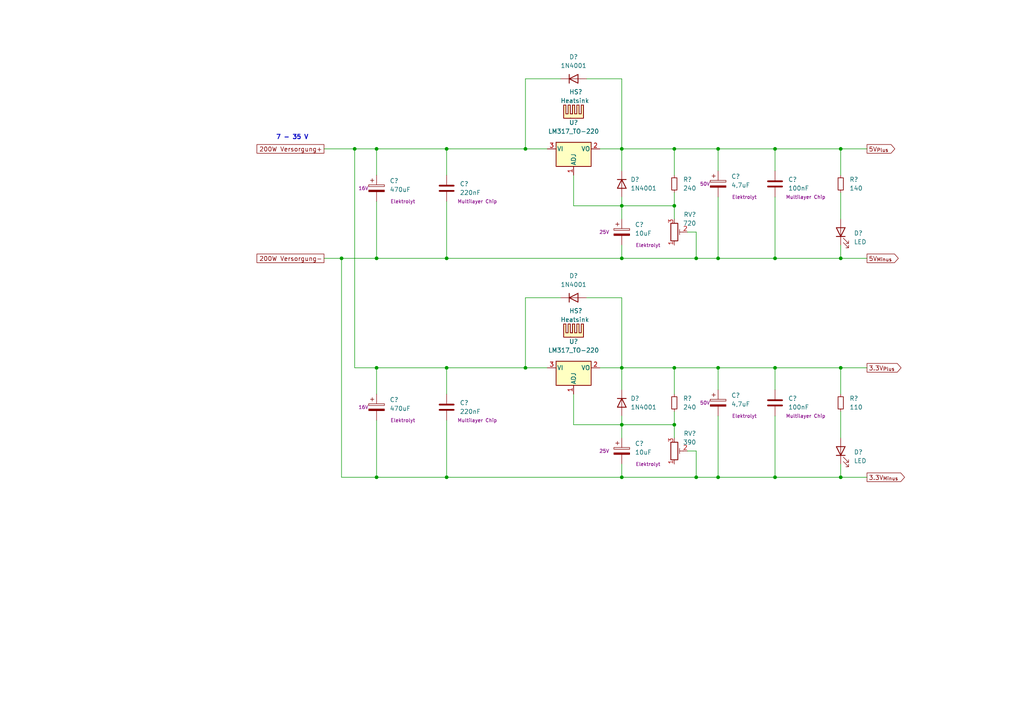
<source format=kicad_sch>
(kicad_sch (version 20211123) (generator eeschema)

  (uuid 28920a75-6506-4e2a-b657-9790916ff358)

  (paper "A4")

  (lib_symbols
    (symbol "Device:C" (pin_numbers hide) (pin_names (offset 0.254)) (in_bom yes) (on_board yes)
      (property "Reference" "C" (id 0) (at 0.635 2.54 0)
        (effects (font (size 1.27 1.27)) (justify left))
      )
      (property "Value" "C" (id 1) (at 0.635 -2.54 0)
        (effects (font (size 1.27 1.27)) (justify left))
      )
      (property "Footprint" "" (id 2) (at 0.9652 -3.81 0)
        (effects (font (size 1.27 1.27)) hide)
      )
      (property "Datasheet" "~" (id 3) (at 0 0 0)
        (effects (font (size 1.27 1.27)) hide)
      )
      (property "ki_keywords" "cap capacitor" (id 4) (at 0 0 0)
        (effects (font (size 1.27 1.27)) hide)
      )
      (property "ki_description" "Unpolarized capacitor" (id 5) (at 0 0 0)
        (effects (font (size 1.27 1.27)) hide)
      )
      (property "ki_fp_filters" "C_*" (id 6) (at 0 0 0)
        (effects (font (size 1.27 1.27)) hide)
      )
      (symbol "C_0_1"
        (polyline
          (pts
            (xy -2.032 -0.762)
            (xy 2.032 -0.762)
          )
          (stroke (width 0.508) (type default) (color 0 0 0 0))
          (fill (type none))
        )
        (polyline
          (pts
            (xy -2.032 0.762)
            (xy 2.032 0.762)
          )
          (stroke (width 0.508) (type default) (color 0 0 0 0))
          (fill (type none))
        )
      )
      (symbol "C_1_1"
        (pin passive line (at 0 3.81 270) (length 2.794)
          (name "~" (effects (font (size 1.27 1.27))))
          (number "1" (effects (font (size 1.27 1.27))))
        )
        (pin passive line (at 0 -3.81 90) (length 2.794)
          (name "~" (effects (font (size 1.27 1.27))))
          (number "2" (effects (font (size 1.27 1.27))))
        )
      )
    )
    (symbol "Device:C_Polarized" (pin_numbers hide) (pin_names (offset 0.254)) (in_bom yes) (on_board yes)
      (property "Reference" "C" (id 0) (at 0.635 2.54 0)
        (effects (font (size 1.27 1.27)) (justify left))
      )
      (property "Value" "C_Polarized" (id 1) (at 0.635 -2.54 0)
        (effects (font (size 1.27 1.27)) (justify left))
      )
      (property "Footprint" "" (id 2) (at 0.9652 -3.81 0)
        (effects (font (size 1.27 1.27)) hide)
      )
      (property "Datasheet" "~" (id 3) (at 0 0 0)
        (effects (font (size 1.27 1.27)) hide)
      )
      (property "ki_keywords" "cap capacitor" (id 4) (at 0 0 0)
        (effects (font (size 1.27 1.27)) hide)
      )
      (property "ki_description" "Polarized capacitor" (id 5) (at 0 0 0)
        (effects (font (size 1.27 1.27)) hide)
      )
      (property "ki_fp_filters" "CP_*" (id 6) (at 0 0 0)
        (effects (font (size 1.27 1.27)) hide)
      )
      (symbol "C_Polarized_0_1"
        (rectangle (start -2.286 0.508) (end 2.286 1.016)
          (stroke (width 0) (type default) (color 0 0 0 0))
          (fill (type none))
        )
        (polyline
          (pts
            (xy -1.778 2.286)
            (xy -0.762 2.286)
          )
          (stroke (width 0) (type default) (color 0 0 0 0))
          (fill (type none))
        )
        (polyline
          (pts
            (xy -1.27 2.794)
            (xy -1.27 1.778)
          )
          (stroke (width 0) (type default) (color 0 0 0 0))
          (fill (type none))
        )
        (rectangle (start 2.286 -0.508) (end -2.286 -1.016)
          (stroke (width 0) (type default) (color 0 0 0 0))
          (fill (type outline))
        )
      )
      (symbol "C_Polarized_1_1"
        (pin passive line (at 0 3.81 270) (length 2.794)
          (name "~" (effects (font (size 1.27 1.27))))
          (number "1" (effects (font (size 1.27 1.27))))
        )
        (pin passive line (at 0 -3.81 90) (length 2.794)
          (name "~" (effects (font (size 1.27 1.27))))
          (number "2" (effects (font (size 1.27 1.27))))
        )
      )
    )
    (symbol "Device:LED" (pin_numbers hide) (pin_names (offset 1.016) hide) (in_bom yes) (on_board yes)
      (property "Reference" "D" (id 0) (at 0 2.54 0)
        (effects (font (size 1.27 1.27)))
      )
      (property "Value" "LED" (id 1) (at 0 -2.54 0)
        (effects (font (size 1.27 1.27)))
      )
      (property "Footprint" "" (id 2) (at 0 0 0)
        (effects (font (size 1.27 1.27)) hide)
      )
      (property "Datasheet" "~" (id 3) (at 0 0 0)
        (effects (font (size 1.27 1.27)) hide)
      )
      (property "ki_keywords" "LED diode" (id 4) (at 0 0 0)
        (effects (font (size 1.27 1.27)) hide)
      )
      (property "ki_description" "Light emitting diode" (id 5) (at 0 0 0)
        (effects (font (size 1.27 1.27)) hide)
      )
      (property "ki_fp_filters" "LED* LED_SMD:* LED_THT:*" (id 6) (at 0 0 0)
        (effects (font (size 1.27 1.27)) hide)
      )
      (symbol "LED_0_1"
        (polyline
          (pts
            (xy -1.27 -1.27)
            (xy -1.27 1.27)
          )
          (stroke (width 0.254) (type default) (color 0 0 0 0))
          (fill (type none))
        )
        (polyline
          (pts
            (xy -1.27 0)
            (xy 1.27 0)
          )
          (stroke (width 0) (type default) (color 0 0 0 0))
          (fill (type none))
        )
        (polyline
          (pts
            (xy 1.27 -1.27)
            (xy 1.27 1.27)
            (xy -1.27 0)
            (xy 1.27 -1.27)
          )
          (stroke (width 0.254) (type default) (color 0 0 0 0))
          (fill (type none))
        )
        (polyline
          (pts
            (xy -3.048 -0.762)
            (xy -4.572 -2.286)
            (xy -3.81 -2.286)
            (xy -4.572 -2.286)
            (xy -4.572 -1.524)
          )
          (stroke (width 0) (type default) (color 0 0 0 0))
          (fill (type none))
        )
        (polyline
          (pts
            (xy -1.778 -0.762)
            (xy -3.302 -2.286)
            (xy -2.54 -2.286)
            (xy -3.302 -2.286)
            (xy -3.302 -1.524)
          )
          (stroke (width 0) (type default) (color 0 0 0 0))
          (fill (type none))
        )
      )
      (symbol "LED_1_1"
        (pin passive line (at -3.81 0 0) (length 2.54)
          (name "K" (effects (font (size 1.27 1.27))))
          (number "1" (effects (font (size 1.27 1.27))))
        )
        (pin passive line (at 3.81 0 180) (length 2.54)
          (name "A" (effects (font (size 1.27 1.27))))
          (number "2" (effects (font (size 1.27 1.27))))
        )
      )
    )
    (symbol "Device:R_Potentiometer_Trim" (pin_names (offset 1.016) hide) (in_bom yes) (on_board yes)
      (property "Reference" "RV" (id 0) (at -4.445 0 90)
        (effects (font (size 1.27 1.27)))
      )
      (property "Value" "R_Potentiometer_Trim" (id 1) (at -2.54 0 90)
        (effects (font (size 1.27 1.27)))
      )
      (property "Footprint" "" (id 2) (at 0 0 0)
        (effects (font (size 1.27 1.27)) hide)
      )
      (property "Datasheet" "~" (id 3) (at 0 0 0)
        (effects (font (size 1.27 1.27)) hide)
      )
      (property "ki_keywords" "resistor variable trimpot trimmer" (id 4) (at 0 0 0)
        (effects (font (size 1.27 1.27)) hide)
      )
      (property "ki_description" "Trim-potentiometer" (id 5) (at 0 0 0)
        (effects (font (size 1.27 1.27)) hide)
      )
      (property "ki_fp_filters" "Potentiometer*" (id 6) (at 0 0 0)
        (effects (font (size 1.27 1.27)) hide)
      )
      (symbol "R_Potentiometer_Trim_0_1"
        (polyline
          (pts
            (xy 1.524 0.762)
            (xy 1.524 -0.762)
          )
          (stroke (width 0) (type default) (color 0 0 0 0))
          (fill (type none))
        )
        (polyline
          (pts
            (xy 2.54 0)
            (xy 1.524 0)
          )
          (stroke (width 0) (type default) (color 0 0 0 0))
          (fill (type none))
        )
        (rectangle (start 1.016 2.54) (end -1.016 -2.54)
          (stroke (width 0.254) (type default) (color 0 0 0 0))
          (fill (type none))
        )
      )
      (symbol "R_Potentiometer_Trim_1_1"
        (pin passive line (at 0 3.81 270) (length 1.27)
          (name "1" (effects (font (size 1.27 1.27))))
          (number "1" (effects (font (size 1.27 1.27))))
        )
        (pin passive line (at 3.81 0 180) (length 1.27)
          (name "2" (effects (font (size 1.27 1.27))))
          (number "2" (effects (font (size 1.27 1.27))))
        )
        (pin passive line (at 0 -3.81 90) (length 1.27)
          (name "3" (effects (font (size 1.27 1.27))))
          (number "3" (effects (font (size 1.27 1.27))))
        )
      )
    )
    (symbol "Device:R_Small" (pin_numbers hide) (pin_names (offset 0.254) hide) (in_bom yes) (on_board yes)
      (property "Reference" "R" (id 0) (at 0.762 0.508 0)
        (effects (font (size 1.27 1.27)) (justify left))
      )
      (property "Value" "R_Small" (id 1) (at 0.762 -1.016 0)
        (effects (font (size 1.27 1.27)) (justify left))
      )
      (property "Footprint" "" (id 2) (at 0 0 0)
        (effects (font (size 1.27 1.27)) hide)
      )
      (property "Datasheet" "~" (id 3) (at 0 0 0)
        (effects (font (size 1.27 1.27)) hide)
      )
      (property "ki_keywords" "R resistor" (id 4) (at 0 0 0)
        (effects (font (size 1.27 1.27)) hide)
      )
      (property "ki_description" "Resistor, small symbol" (id 5) (at 0 0 0)
        (effects (font (size 1.27 1.27)) hide)
      )
      (property "ki_fp_filters" "R_*" (id 6) (at 0 0 0)
        (effects (font (size 1.27 1.27)) hide)
      )
      (symbol "R_Small_0_1"
        (rectangle (start -0.762 1.778) (end 0.762 -1.778)
          (stroke (width 0.2032) (type default) (color 0 0 0 0))
          (fill (type none))
        )
      )
      (symbol "R_Small_1_1"
        (pin passive line (at 0 2.54 270) (length 0.762)
          (name "~" (effects (font (size 1.27 1.27))))
          (number "1" (effects (font (size 1.27 1.27))))
        )
        (pin passive line (at 0 -2.54 90) (length 0.762)
          (name "~" (effects (font (size 1.27 1.27))))
          (number "2" (effects (font (size 1.27 1.27))))
        )
      )
    )
    (symbol "Diode:1N4002" (pin_numbers hide) (pin_names hide) (in_bom yes) (on_board yes)
      (property "Reference" "D" (id 0) (at 0 2.54 0)
        (effects (font (size 1.27 1.27)))
      )
      (property "Value" "1N4002" (id 1) (at 0 -2.54 0)
        (effects (font (size 1.27 1.27)))
      )
      (property "Footprint" "Diode_THT:D_DO-41_SOD81_P10.16mm_Horizontal" (id 2) (at 0 -4.445 0)
        (effects (font (size 1.27 1.27)) hide)
      )
      (property "Datasheet" "http://www.vishay.com/docs/88503/1n4001.pdf" (id 3) (at 0 0 0)
        (effects (font (size 1.27 1.27)) hide)
      )
      (property "ki_keywords" "diode" (id 4) (at 0 0 0)
        (effects (font (size 1.27 1.27)) hide)
      )
      (property "ki_description" "100V 1A General Purpose Rectifier Diode, DO-41" (id 5) (at 0 0 0)
        (effects (font (size 1.27 1.27)) hide)
      )
      (property "ki_fp_filters" "D*DO?41*" (id 6) (at 0 0 0)
        (effects (font (size 1.27 1.27)) hide)
      )
      (symbol "1N4002_0_1"
        (polyline
          (pts
            (xy -1.27 1.27)
            (xy -1.27 -1.27)
          )
          (stroke (width 0.254) (type default) (color 0 0 0 0))
          (fill (type none))
        )
        (polyline
          (pts
            (xy 1.27 0)
            (xy -1.27 0)
          )
          (stroke (width 0) (type default) (color 0 0 0 0))
          (fill (type none))
        )
        (polyline
          (pts
            (xy 1.27 1.27)
            (xy 1.27 -1.27)
            (xy -1.27 0)
            (xy 1.27 1.27)
          )
          (stroke (width 0.254) (type default) (color 0 0 0 0))
          (fill (type none))
        )
      )
      (symbol "1N4002_1_1"
        (pin passive line (at -3.81 0 0) (length 2.54)
          (name "K" (effects (font (size 1.27 1.27))))
          (number "1" (effects (font (size 1.27 1.27))))
        )
        (pin passive line (at 3.81 0 180) (length 2.54)
          (name "A" (effects (font (size 1.27 1.27))))
          (number "2" (effects (font (size 1.27 1.27))))
        )
      )
    )
    (symbol "Mechanical:Heatsink" (pin_names (offset 1.016)) (in_bom yes) (on_board yes)
      (property "Reference" "HS" (id 0) (at 0 5.08 0)
        (effects (font (size 1.27 1.27)))
      )
      (property "Value" "Heatsink" (id 1) (at 0 -1.27 0)
        (effects (font (size 1.27 1.27)))
      )
      (property "Footprint" "" (id 2) (at 0.3048 0 0)
        (effects (font (size 1.27 1.27)) hide)
      )
      (property "Datasheet" "~" (id 3) (at 0.3048 0 0)
        (effects (font (size 1.27 1.27)) hide)
      )
      (property "ki_keywords" "thermal heat temperature" (id 4) (at 0 0 0)
        (effects (font (size 1.27 1.27)) hide)
      )
      (property "ki_description" "Heatsink" (id 5) (at 0 0 0)
        (effects (font (size 1.27 1.27)) hide)
      )
      (property "ki_fp_filters" "Heatsink_*" (id 6) (at 0 0 0)
        (effects (font (size 1.27 1.27)) hide)
      )
      (symbol "Heatsink_0_1"
        (polyline
          (pts
            (xy -0.3302 1.27)
            (xy -0.9652 1.27)
            (xy -0.9652 3.81)
            (xy -1.6002 3.81)
            (xy -1.6002 1.27)
            (xy -2.2352 1.27)
            (xy -2.2352 3.81)
            (xy -2.8702 3.81)
            (xy -2.8702 0)
            (xy -0.9652 0)
          )
          (stroke (width 0.254) (type default) (color 0 0 0 0))
          (fill (type background))
        )
        (polyline
          (pts
            (xy -0.3302 1.27)
            (xy -0.3302 3.81)
            (xy 0.3048 3.81)
            (xy 0.3048 1.27)
            (xy 0.9398 1.27)
            (xy 0.9398 3.81)
            (xy 1.5748 3.81)
            (xy 1.5748 1.27)
            (xy 2.2098 1.27)
            (xy 2.2098 3.81)
            (xy 2.8448 3.81)
            (xy 2.8448 0)
            (xy -0.9652 0)
          )
          (stroke (width 0.254) (type default) (color 0 0 0 0))
          (fill (type background))
        )
      )
    )
    (symbol "Regulator_Linear:LM317_TO-220" (pin_names (offset 0.254)) (in_bom yes) (on_board yes)
      (property "Reference" "U" (id 0) (at -3.81 3.175 0)
        (effects (font (size 1.27 1.27)))
      )
      (property "Value" "LM317_TO-220" (id 1) (at 0 3.175 0)
        (effects (font (size 1.27 1.27)) (justify left))
      )
      (property "Footprint" "Package_TO_SOT_THT:TO-220-3_Vertical" (id 2) (at 0 6.35 0)
        (effects (font (size 1.27 1.27) italic) hide)
      )
      (property "Datasheet" "http://www.ti.com/lit/ds/symlink/lm317.pdf" (id 3) (at 0 0 0)
        (effects (font (size 1.27 1.27)) hide)
      )
      (property "ki_keywords" "Adjustable Voltage Regulator 1A Positive" (id 4) (at 0 0 0)
        (effects (font (size 1.27 1.27)) hide)
      )
      (property "ki_description" "1.5A 35V Adjustable Linear Regulator, TO-220" (id 5) (at 0 0 0)
        (effects (font (size 1.27 1.27)) hide)
      )
      (property "ki_fp_filters" "TO?220*" (id 6) (at 0 0 0)
        (effects (font (size 1.27 1.27)) hide)
      )
      (symbol "LM317_TO-220_0_1"
        (rectangle (start -5.08 1.905) (end 5.08 -5.08)
          (stroke (width 0.254) (type default) (color 0 0 0 0))
          (fill (type background))
        )
      )
      (symbol "LM317_TO-220_1_1"
        (pin input line (at 0 -7.62 90) (length 2.54)
          (name "ADJ" (effects (font (size 1.27 1.27))))
          (number "1" (effects (font (size 1.27 1.27))))
        )
        (pin power_out line (at 7.62 0 180) (length 2.54)
          (name "VO" (effects (font (size 1.27 1.27))))
          (number "2" (effects (font (size 1.27 1.27))))
        )
        (pin power_in line (at -7.62 0 0) (length 2.54)
          (name "VI" (effects (font (size 1.27 1.27))))
          (number "3" (effects (font (size 1.27 1.27))))
        )
      )
    )
  )

  (junction (at 243.84 106.68) (diameter 0) (color 0 0 0 0)
    (uuid 13d2f80c-bdcd-411d-9730-724699178a43)
  )
  (junction (at 201.93 138.43) (diameter 0) (color 0 0 0 0)
    (uuid 1d2de7ca-7625-4cc2-b92c-90bf50271ad7)
  )
  (junction (at 129.54 43.18) (diameter 0) (color 0 0 0 0)
    (uuid 2a64991c-8dd1-4afd-9d90-21d80e7408af)
  )
  (junction (at 180.34 74.93) (diameter 0) (color 0 0 0 0)
    (uuid 2bf2c745-4314-4d07-949e-d5c6d4eb9d5f)
  )
  (junction (at 129.54 74.93) (diameter 0) (color 0 0 0 0)
    (uuid 352b22ec-97e5-4fd8-824a-abb22952997a)
  )
  (junction (at 109.22 74.93) (diameter 0) (color 0 0 0 0)
    (uuid 37420314-3220-4270-a64c-21c96c825720)
  )
  (junction (at 224.79 43.18) (diameter 0) (color 0 0 0 0)
    (uuid 374d6742-d323-4336-b1a2-e71301cfec4d)
  )
  (junction (at 180.34 43.18) (diameter 0) (color 0 0 0 0)
    (uuid 3e7d0f77-9daa-4045-adf3-daab950bfff3)
  )
  (junction (at 180.34 123.19) (diameter 0) (color 0 0 0 0)
    (uuid 4a7d1d6b-025c-4c6d-ab0e-3d0a29ccf1b0)
  )
  (junction (at 208.28 138.43) (diameter 0) (color 0 0 0 0)
    (uuid 4efdaf4f-b2d2-46a4-85e8-33c8f3853496)
  )
  (junction (at 109.22 138.43) (diameter 0) (color 0 0 0 0)
    (uuid 52e6b045-5e1b-4b53-aac9-c170a3fa81b4)
  )
  (junction (at 109.22 43.18) (diameter 0) (color 0 0 0 0)
    (uuid 53c0ed67-606d-44cd-87f6-05ef1f27c9ad)
  )
  (junction (at 152.4 106.68) (diameter 0) (color 0 0 0 0)
    (uuid 59431653-72dd-49f2-9f02-eb7bfa187dd5)
  )
  (junction (at 195.58 43.18) (diameter 0) (color 0 0 0 0)
    (uuid 5977e5d9-addc-4ac0-a106-721227cfe096)
  )
  (junction (at 195.58 59.69) (diameter 0) (color 0 0 0 0)
    (uuid 5a21e8c9-de62-4ffd-9718-64b5c73bfbd6)
  )
  (junction (at 129.54 138.43) (diameter 0) (color 0 0 0 0)
    (uuid 6848cb45-6029-4ff3-9852-4f1dcedd438b)
  )
  (junction (at 224.79 106.68) (diameter 0) (color 0 0 0 0)
    (uuid 7f21f1a7-8e07-46d1-b70f-2e1c3a3d4846)
  )
  (junction (at 102.87 43.18) (diameter 0) (color 0 0 0 0)
    (uuid 81c5f303-ef1a-428e-b148-c368f17d4993)
  )
  (junction (at 243.84 43.18) (diameter 0) (color 0 0 0 0)
    (uuid 82abed6f-bdd9-407c-a5a0-4e555416eb21)
  )
  (junction (at 129.54 106.68) (diameter 0) (color 0 0 0 0)
    (uuid 8ad73fca-1e65-4d37-837f-c476acfbbdba)
  )
  (junction (at 180.34 106.68) (diameter 0) (color 0 0 0 0)
    (uuid 8c709104-6183-40c1-ba5a-1d2485feaa08)
  )
  (junction (at 243.84 138.43) (diameter 0) (color 0 0 0 0)
    (uuid 9503b132-4003-4ff3-99e7-3d674ed33260)
  )
  (junction (at 195.58 106.68) (diameter 0) (color 0 0 0 0)
    (uuid 97e87e64-6a5f-4bbc-94a6-3bb55845a7f6)
  )
  (junction (at 208.28 74.93) (diameter 0) (color 0 0 0 0)
    (uuid 98fda6dd-1062-4d2e-bf82-de87ba0d9279)
  )
  (junction (at 180.34 138.43) (diameter 0) (color 0 0 0 0)
    (uuid a6355868-0b03-4dca-8056-5c0f3dad0f50)
  )
  (junction (at 99.06 74.93) (diameter 0) (color 0 0 0 0)
    (uuid ac098f6e-aff0-4e42-949e-e3459691bebd)
  )
  (junction (at 208.28 106.68) (diameter 0) (color 0 0 0 0)
    (uuid c68f29e9-6e1e-4811-bf73-f5a95a7c4c25)
  )
  (junction (at 180.34 59.69) (diameter 0) (color 0 0 0 0)
    (uuid c85541c0-6ed3-4a2c-8d0b-cc01006d9589)
  )
  (junction (at 201.93 74.93) (diameter 0) (color 0 0 0 0)
    (uuid c88c234a-10fe-4e96-9d52-0b076629a591)
  )
  (junction (at 195.58 123.19) (diameter 0) (color 0 0 0 0)
    (uuid ce667f5a-91f9-4031-8dfd-f21b3401b173)
  )
  (junction (at 243.84 74.93) (diameter 0) (color 0 0 0 0)
    (uuid d1a61cc5-b52f-4a7f-9e35-74a903e95ae0)
  )
  (junction (at 208.28 43.18) (diameter 0) (color 0 0 0 0)
    (uuid d86ca9ba-3f58-4e25-889c-52e4d90e8d5c)
  )
  (junction (at 224.79 74.93) (diameter 0) (color 0 0 0 0)
    (uuid e227a355-c38d-40c5-a24f-05491592d53f)
  )
  (junction (at 224.79 138.43) (diameter 0) (color 0 0 0 0)
    (uuid ec5a1fe0-23a9-4e8e-b7c7-cd60a3e63dfd)
  )
  (junction (at 109.22 106.68) (diameter 0) (color 0 0 0 0)
    (uuid f9816f02-db21-4880-91c4-6a4f27d0f5b0)
  )
  (junction (at 152.4 43.18) (diameter 0) (color 0 0 0 0)
    (uuid f9fb2e7f-8594-43c3-afb3-f2a8c4b7877a)
  )

  (wire (pts (xy 224.79 49.53) (xy 224.79 43.18))
    (stroke (width 0) (type default) (color 0 0 0 0))
    (uuid 0c2dda94-f1bc-4632-b14a-a65a3237cd36)
  )
  (wire (pts (xy 180.34 59.69) (xy 195.58 59.69))
    (stroke (width 0) (type default) (color 0 0 0 0))
    (uuid 0cb28448-7985-4f65-9c29-67524d28c55d)
  )
  (wire (pts (xy 208.28 113.03) (xy 208.28 106.68))
    (stroke (width 0) (type default) (color 0 0 0 0))
    (uuid 0d2b7806-9f03-48b8-a181-8249ea997251)
  )
  (wire (pts (xy 195.58 50.8) (xy 195.58 43.18))
    (stroke (width 0) (type default) (color 0 0 0 0))
    (uuid 0fd1b9be-8020-4b83-92ea-cec923e6c72d)
  )
  (wire (pts (xy 99.06 74.93) (xy 109.22 74.93))
    (stroke (width 0) (type default) (color 0 0 0 0))
    (uuid 11fb508e-cd34-41ca-a851-83cf4b2edc90)
  )
  (wire (pts (xy 195.58 123.19) (xy 195.58 127))
    (stroke (width 0) (type default) (color 0 0 0 0))
    (uuid 1206da77-d854-4159-8f8f-02866ee63bce)
  )
  (wire (pts (xy 243.84 50.8) (xy 243.84 43.18))
    (stroke (width 0) (type default) (color 0 0 0 0))
    (uuid 12f3907a-51b5-4187-8984-3b235194a6ba)
  )
  (wire (pts (xy 180.34 57.15) (xy 180.34 59.69))
    (stroke (width 0) (type default) (color 0 0 0 0))
    (uuid 1e006335-3d58-4716-a21e-35ad28da09ea)
  )
  (wire (pts (xy 224.79 113.03) (xy 224.79 106.68))
    (stroke (width 0) (type default) (color 0 0 0 0))
    (uuid 1e9c5155-7919-4dd1-9db0-5369cb677c8e)
  )
  (wire (pts (xy 162.56 22.86) (xy 152.4 22.86))
    (stroke (width 0) (type default) (color 0 0 0 0))
    (uuid 21486020-abce-49bd-bf3b-162d83b689ad)
  )
  (wire (pts (xy 195.58 119.38) (xy 195.58 123.19))
    (stroke (width 0) (type default) (color 0 0 0 0))
    (uuid 21aac31b-6d72-40b8-8143-165e83f67747)
  )
  (wire (pts (xy 166.37 59.69) (xy 166.37 50.8))
    (stroke (width 0) (type default) (color 0 0 0 0))
    (uuid 26803388-39cd-4746-bd4b-ced2f6bb98a6)
  )
  (wire (pts (xy 152.4 43.18) (xy 129.54 43.18))
    (stroke (width 0) (type default) (color 0 0 0 0))
    (uuid 28939b02-15ac-4c56-8644-c992c2dd71a5)
  )
  (wire (pts (xy 180.34 123.19) (xy 166.37 123.19))
    (stroke (width 0) (type default) (color 0 0 0 0))
    (uuid 2bcac555-bbb8-488c-8fe6-fd6a6e34788c)
  )
  (wire (pts (xy 170.18 22.86) (xy 180.34 22.86))
    (stroke (width 0) (type default) (color 0 0 0 0))
    (uuid 321950fe-aa4f-4281-b586-cf0786aa8b4b)
  )
  (wire (pts (xy 129.54 106.68) (xy 129.54 114.3))
    (stroke (width 0) (type default) (color 0 0 0 0))
    (uuid 321fd1d5-9772-4398-9b22-e99d1c4162fc)
  )
  (wire (pts (xy 170.18 86.36) (xy 180.34 86.36))
    (stroke (width 0) (type default) (color 0 0 0 0))
    (uuid 331c9d38-efdc-43a9-8736-35730b4ab01f)
  )
  (wire (pts (xy 166.37 123.19) (xy 166.37 114.3))
    (stroke (width 0) (type default) (color 0 0 0 0))
    (uuid 376a7469-13d9-40c4-8ad7-0421a35e1b33)
  )
  (wire (pts (xy 201.93 67.31) (xy 201.93 74.93))
    (stroke (width 0) (type default) (color 0 0 0 0))
    (uuid 39df0918-261b-4a43-8118-b711f166cf4b)
  )
  (wire (pts (xy 195.58 55.88) (xy 195.58 59.69))
    (stroke (width 0) (type default) (color 0 0 0 0))
    (uuid 3b141fe7-bec9-46a5-87e9-3d29294e1cc6)
  )
  (wire (pts (xy 199.39 67.31) (xy 201.93 67.31))
    (stroke (width 0) (type default) (color 0 0 0 0))
    (uuid 3c9a733c-f8c7-489f-b725-2937dfffbc57)
  )
  (wire (pts (xy 180.34 123.19) (xy 195.58 123.19))
    (stroke (width 0) (type default) (color 0 0 0 0))
    (uuid 3eb0cb9f-82ef-4491-8958-6751579ffef1)
  )
  (wire (pts (xy 243.84 43.18) (xy 224.79 43.18))
    (stroke (width 0) (type default) (color 0 0 0 0))
    (uuid 3fa8edae-51e7-4a23-80a9-39781bf943a7)
  )
  (wire (pts (xy 93.98 74.93) (xy 99.06 74.93))
    (stroke (width 0) (type default) (color 0 0 0 0))
    (uuid 43b51a6d-e0af-40a2-9657-3cee9493b35c)
  )
  (wire (pts (xy 129.54 121.92) (xy 129.54 138.43))
    (stroke (width 0) (type default) (color 0 0 0 0))
    (uuid 463338a8-577a-4a35-b81d-860c1461d4ec)
  )
  (wire (pts (xy 109.22 106.68) (xy 109.22 114.3))
    (stroke (width 0) (type default) (color 0 0 0 0))
    (uuid 47f526c1-a784-4160-8993-07cd2258d51d)
  )
  (wire (pts (xy 129.54 138.43) (xy 180.34 138.43))
    (stroke (width 0) (type default) (color 0 0 0 0))
    (uuid 48993232-df4d-497b-90b3-6d0ebbfee48f)
  )
  (wire (pts (xy 208.28 49.53) (xy 208.28 43.18))
    (stroke (width 0) (type default) (color 0 0 0 0))
    (uuid 4a48e561-6067-4e5d-9491-9d889f096d8a)
  )
  (wire (pts (xy 224.79 138.43) (xy 208.28 138.43))
    (stroke (width 0) (type default) (color 0 0 0 0))
    (uuid 4d64ff7c-f8f3-4857-a223-b2074cda8c04)
  )
  (wire (pts (xy 162.56 86.36) (xy 152.4 86.36))
    (stroke (width 0) (type default) (color 0 0 0 0))
    (uuid 5246dde7-7efa-493d-9923-28ecc6c0f9a7)
  )
  (wire (pts (xy 208.28 120.65) (xy 208.28 138.43))
    (stroke (width 0) (type default) (color 0 0 0 0))
    (uuid 5ed3e27c-1c3a-476d-bb9f-090354ed9bd3)
  )
  (wire (pts (xy 93.98 43.18) (xy 102.87 43.18))
    (stroke (width 0) (type default) (color 0 0 0 0))
    (uuid 5f146aae-b828-4069-aa4a-055ebe7dc886)
  )
  (wire (pts (xy 195.58 59.69) (xy 195.58 63.5))
    (stroke (width 0) (type default) (color 0 0 0 0))
    (uuid 65675b94-aefe-4419-b013-e6cd750a071c)
  )
  (wire (pts (xy 152.4 106.68) (xy 129.54 106.68))
    (stroke (width 0) (type default) (color 0 0 0 0))
    (uuid 6870dae5-0d0d-4727-97fb-e7c2218dec9f)
  )
  (wire (pts (xy 109.22 58.42) (xy 109.22 74.93))
    (stroke (width 0) (type default) (color 0 0 0 0))
    (uuid 6e642e5e-918d-4522-a657-80fae5469190)
  )
  (wire (pts (xy 102.87 43.18) (xy 102.87 106.68))
    (stroke (width 0) (type default) (color 0 0 0 0))
    (uuid 6f12a039-8016-48de-af33-778df48bda02)
  )
  (wire (pts (xy 129.54 43.18) (xy 109.22 43.18))
    (stroke (width 0) (type default) (color 0 0 0 0))
    (uuid 71bd5e20-4882-4b18-8fb4-203454fd8498)
  )
  (wire (pts (xy 158.75 106.68) (xy 152.4 106.68))
    (stroke (width 0) (type default) (color 0 0 0 0))
    (uuid 73298205-259a-48cf-93c5-60ad13959cfd)
  )
  (wire (pts (xy 102.87 106.68) (xy 109.22 106.68))
    (stroke (width 0) (type default) (color 0 0 0 0))
    (uuid 73346c28-9a2a-48b1-8a04-bc7172e95450)
  )
  (wire (pts (xy 201.93 138.43) (xy 208.28 138.43))
    (stroke (width 0) (type default) (color 0 0 0 0))
    (uuid 75205bb2-dc02-4ed1-b5b0-d98645e416b6)
  )
  (wire (pts (xy 180.34 63.5) (xy 180.34 59.69))
    (stroke (width 0) (type default) (color 0 0 0 0))
    (uuid 7d308ac8-5dc9-45ad-b48d-ecb92aee3e42)
  )
  (wire (pts (xy 243.84 74.93) (xy 251.46 74.93))
    (stroke (width 0) (type default) (color 0 0 0 0))
    (uuid 7efd992a-20f7-4088-94a6-68ea730ec766)
  )
  (wire (pts (xy 180.34 86.36) (xy 180.34 106.68))
    (stroke (width 0) (type default) (color 0 0 0 0))
    (uuid 880e656b-a844-4124-9ef6-aec301367299)
  )
  (wire (pts (xy 158.75 43.18) (xy 152.4 43.18))
    (stroke (width 0) (type default) (color 0 0 0 0))
    (uuid 926c88be-5ba4-436f-a6f2-a2d921f50c29)
  )
  (wire (pts (xy 243.84 138.43) (xy 224.79 138.43))
    (stroke (width 0) (type default) (color 0 0 0 0))
    (uuid 94a8a58f-c0dd-4264-b1d1-313899cd7349)
  )
  (wire (pts (xy 129.54 106.68) (xy 109.22 106.68))
    (stroke (width 0) (type default) (color 0 0 0 0))
    (uuid 9823233c-30be-4a68-8a37-106c718efac0)
  )
  (wire (pts (xy 180.34 49.53) (xy 180.34 43.18))
    (stroke (width 0) (type default) (color 0 0 0 0))
    (uuid 9a7eaf8a-3fd3-4f0b-9c70-48da01c46f3f)
  )
  (wire (pts (xy 243.84 55.88) (xy 243.84 63.5))
    (stroke (width 0) (type default) (color 0 0 0 0))
    (uuid 9d660a09-8abb-4149-aab2-0a5b88df9931)
  )
  (wire (pts (xy 180.34 71.12) (xy 180.34 74.93))
    (stroke (width 0) (type default) (color 0 0 0 0))
    (uuid 9d9363ac-8221-4032-b408-9348f28ead21)
  )
  (wire (pts (xy 180.34 59.69) (xy 166.37 59.69))
    (stroke (width 0) (type default) (color 0 0 0 0))
    (uuid 9e21b7f1-b48c-4800-8136-403e7a36c5c0)
  )
  (wire (pts (xy 224.79 106.68) (xy 208.28 106.68))
    (stroke (width 0) (type default) (color 0 0 0 0))
    (uuid 9e3b0987-df1b-452c-8a1e-7c9de8b05cdc)
  )
  (wire (pts (xy 195.58 114.3) (xy 195.58 106.68))
    (stroke (width 0) (type default) (color 0 0 0 0))
    (uuid a02ea502-b29e-4ca1-8247-09130b563609)
  )
  (wire (pts (xy 99.06 74.93) (xy 99.06 138.43))
    (stroke (width 0) (type default) (color 0 0 0 0))
    (uuid a184306b-9ea5-442b-994d-d8d7e8bad8ee)
  )
  (wire (pts (xy 180.34 138.43) (xy 201.93 138.43))
    (stroke (width 0) (type default) (color 0 0 0 0))
    (uuid a2755459-00ec-4e49-988f-bd9f754e146a)
  )
  (wire (pts (xy 201.93 130.81) (xy 201.93 138.43))
    (stroke (width 0) (type default) (color 0 0 0 0))
    (uuid a3bb8236-749e-43fe-9f47-fca4581f7b62)
  )
  (wire (pts (xy 195.58 106.68) (xy 180.34 106.68))
    (stroke (width 0) (type default) (color 0 0 0 0))
    (uuid a7e34034-50a5-4ed4-b418-3cf16bf27e04)
  )
  (wire (pts (xy 243.84 138.43) (xy 251.46 138.43))
    (stroke (width 0) (type default) (color 0 0 0 0))
    (uuid a8b387b1-1a41-41f5-8558-1b3de8291f71)
  )
  (wire (pts (xy 109.22 138.43) (xy 129.54 138.43))
    (stroke (width 0) (type default) (color 0 0 0 0))
    (uuid aaa34b26-db39-46d0-9dfb-f367f5812a48)
  )
  (wire (pts (xy 109.22 43.18) (xy 109.22 50.8))
    (stroke (width 0) (type default) (color 0 0 0 0))
    (uuid af52621c-fbf0-4368-92a8-5310cc42e6c2)
  )
  (wire (pts (xy 109.22 121.92) (xy 109.22 138.43))
    (stroke (width 0) (type default) (color 0 0 0 0))
    (uuid b3d93846-f7a1-4010-8a22-ae2f0cfa9e0b)
  )
  (wire (pts (xy 208.28 57.15) (xy 208.28 74.93))
    (stroke (width 0) (type default) (color 0 0 0 0))
    (uuid b7124c9f-283c-4740-8f8d-0d523889474d)
  )
  (wire (pts (xy 180.34 43.18) (xy 173.99 43.18))
    (stroke (width 0) (type default) (color 0 0 0 0))
    (uuid bd9919b6-f259-4431-bcc3-217e529e011d)
  )
  (wire (pts (xy 224.79 57.15) (xy 224.79 74.93))
    (stroke (width 0) (type default) (color 0 0 0 0))
    (uuid c04d7c6e-4742-44da-bae9-87161beea8af)
  )
  (wire (pts (xy 180.34 134.62) (xy 180.34 138.43))
    (stroke (width 0) (type default) (color 0 0 0 0))
    (uuid c0dcccc6-f96c-4c46-afee-7f48abae3e6d)
  )
  (wire (pts (xy 152.4 86.36) (xy 152.4 106.68))
    (stroke (width 0) (type default) (color 0 0 0 0))
    (uuid c2339996-ac1f-4d9d-a889-cc1400807304)
  )
  (wire (pts (xy 180.34 74.93) (xy 201.93 74.93))
    (stroke (width 0) (type default) (color 0 0 0 0))
    (uuid c32f85bd-bf55-49c9-aaca-c8e280a00e53)
  )
  (wire (pts (xy 199.39 130.81) (xy 201.93 130.81))
    (stroke (width 0) (type default) (color 0 0 0 0))
    (uuid c6df0309-66e0-4c66-a3d9-f905b8b56f29)
  )
  (wire (pts (xy 180.34 127) (xy 180.34 123.19))
    (stroke (width 0) (type default) (color 0 0 0 0))
    (uuid c930c36a-c0a0-4ac1-914a-c8931f5403fa)
  )
  (wire (pts (xy 243.84 74.93) (xy 224.79 74.93))
    (stroke (width 0) (type default) (color 0 0 0 0))
    (uuid c936b0e8-7bdf-431b-bd84-fd1688802544)
  )
  (wire (pts (xy 109.22 138.43) (xy 99.06 138.43))
    (stroke (width 0) (type default) (color 0 0 0 0))
    (uuid d140ff5c-ebcf-4967-9275-14b43db40e9e)
  )
  (wire (pts (xy 180.34 106.68) (xy 173.99 106.68))
    (stroke (width 0) (type default) (color 0 0 0 0))
    (uuid d5e96156-fc3a-4f59-ad28-4e845a3944b9)
  )
  (wire (pts (xy 201.93 74.93) (xy 208.28 74.93))
    (stroke (width 0) (type default) (color 0 0 0 0))
    (uuid d658b519-8b49-4c20-90cc-06f11b95fed6)
  )
  (wire (pts (xy 208.28 43.18) (xy 195.58 43.18))
    (stroke (width 0) (type default) (color 0 0 0 0))
    (uuid d7d62a3a-2b3e-4cab-a5e0-e8574ea60d88)
  )
  (wire (pts (xy 109.22 74.93) (xy 129.54 74.93))
    (stroke (width 0) (type default) (color 0 0 0 0))
    (uuid d85b2a89-04c4-4bff-a51e-9aabc5fd6d9f)
  )
  (wire (pts (xy 129.54 74.93) (xy 180.34 74.93))
    (stroke (width 0) (type default) (color 0 0 0 0))
    (uuid d90044aa-490a-4e54-bcc0-4e557378d6c8)
  )
  (wire (pts (xy 224.79 74.93) (xy 208.28 74.93))
    (stroke (width 0) (type default) (color 0 0 0 0))
    (uuid d972a8a1-4bf7-4f19-acd9-50c59c118800)
  )
  (wire (pts (xy 243.84 134.62) (xy 243.84 138.43))
    (stroke (width 0) (type default) (color 0 0 0 0))
    (uuid d99b6a8b-2d95-4f2e-903b-915ecc3672bf)
  )
  (wire (pts (xy 243.84 71.12) (xy 243.84 74.93))
    (stroke (width 0) (type default) (color 0 0 0 0))
    (uuid dc3d6dcd-ea46-4748-a1ad-5a1575cf9610)
  )
  (wire (pts (xy 102.87 43.18) (xy 109.22 43.18))
    (stroke (width 0) (type default) (color 0 0 0 0))
    (uuid dd2e18d3-09d1-402f-8aea-a28cceca994b)
  )
  (wire (pts (xy 152.4 22.86) (xy 152.4 43.18))
    (stroke (width 0) (type default) (color 0 0 0 0))
    (uuid ddeaadb4-1412-4980-a0f6-d16df8863b9f)
  )
  (wire (pts (xy 224.79 43.18) (xy 208.28 43.18))
    (stroke (width 0) (type default) (color 0 0 0 0))
    (uuid e0853a52-03c6-4f23-ad18-bc96f2fd3c94)
  )
  (wire (pts (xy 208.28 106.68) (xy 195.58 106.68))
    (stroke (width 0) (type default) (color 0 0 0 0))
    (uuid e18cd635-89c9-4ffb-a1aa-72c425833a93)
  )
  (wire (pts (xy 129.54 58.42) (xy 129.54 74.93))
    (stroke (width 0) (type default) (color 0 0 0 0))
    (uuid e6979085-d901-492d-947f-fa4dca040f99)
  )
  (wire (pts (xy 243.84 43.18) (xy 251.46 43.18))
    (stroke (width 0) (type default) (color 0 0 0 0))
    (uuid e70193a3-2074-4603-90d5-8b7f763dfe61)
  )
  (wire (pts (xy 243.84 119.38) (xy 243.84 127))
    (stroke (width 0) (type default) (color 0 0 0 0))
    (uuid e9b1d4b5-7c50-40e9-a0f2-70e8115b2b3d)
  )
  (wire (pts (xy 243.84 114.3) (xy 243.84 106.68))
    (stroke (width 0) (type default) (color 0 0 0 0))
    (uuid e9b21ca9-b38f-49f4-b1a3-fa52414b5a31)
  )
  (wire (pts (xy 180.34 113.03) (xy 180.34 106.68))
    (stroke (width 0) (type default) (color 0 0 0 0))
    (uuid ecd3fe4c-ef25-47d2-9231-a7c72b530a1e)
  )
  (wire (pts (xy 129.54 43.18) (xy 129.54 50.8))
    (stroke (width 0) (type default) (color 0 0 0 0))
    (uuid ee4da5e0-502b-42b4-92bd-49442d6c0ef7)
  )
  (wire (pts (xy 243.84 106.68) (xy 224.79 106.68))
    (stroke (width 0) (type default) (color 0 0 0 0))
    (uuid f0df2211-323b-4929-8f71-84695b014608)
  )
  (wire (pts (xy 224.79 120.65) (xy 224.79 138.43))
    (stroke (width 0) (type default) (color 0 0 0 0))
    (uuid f2bc43c4-d619-4abd-a1f4-98b66c73623b)
  )
  (wire (pts (xy 243.84 106.68) (xy 251.46 106.68))
    (stroke (width 0) (type default) (color 0 0 0 0))
    (uuid f32129a4-b226-447c-9c77-8aed794f5591)
  )
  (wire (pts (xy 195.58 43.18) (xy 180.34 43.18))
    (stroke (width 0) (type default) (color 0 0 0 0))
    (uuid f6884f0e-a409-461f-9535-ac0db467d0ad)
  )
  (wire (pts (xy 180.34 22.86) (xy 180.34 43.18))
    (stroke (width 0) (type default) (color 0 0 0 0))
    (uuid fce1118f-e01e-4656-8105-613dbd5b4da7)
  )
  (wire (pts (xy 180.34 120.65) (xy 180.34 123.19))
    (stroke (width 0) (type default) (color 0 0 0 0))
    (uuid ffc1da38-14f1-4438-bdbf-12832ba2ed19)
  )

  (text "7 - 35 V" (at 80.01 40.64 0)
    (effects (font (size 1.27 1.27) bold) (justify left bottom))
    (uuid 1c8375ac-e49b-479d-b793-fc751b873d8b)
  )

  (global_label "5V_{Plus}" (shape output) (at 251.46 43.18 0) (fields_autoplaced)
    (effects (font (size 1.27 1.27)) (justify left))
    (uuid 366eddba-63a2-4633-8010-a13e11ff254b)
    (property "Intersheet References" "${INTERSHEET_REFS}" (id 0) (at 259.4611 43.1006 0)
      (effects (font (size 1.27 1.27)) (justify left) hide)
    )
  )
  (global_label "5V_{Minus}" (shape output) (at 251.46 74.93 0) (fields_autoplaced)
    (effects (font (size 1.27 1.27)) (justify left))
    (uuid 4dddd5f1-a981-4418-85e5-aa3ec0fcaaed)
    (property "Intersheet References" "${INTERSHEET_REFS}" (id 0) (at 260.4771 74.8506 0)
      (effects (font (size 1.27 1.27)) (justify left) hide)
    )
  )
  (global_label "200W Versorgung-" (shape passive) (at 93.98 74.93 180) (fields_autoplaced)
    (effects (font (size 1.27 1.27)) (justify right))
    (uuid 5b6a2c48-35e8-435f-8746-afaab91169f3)
    (property "Referenzen zwischen Schaltplänen" "${INTERSHEET_REFS}" (id 0) (at 73.424 74.8506 0)
      (effects (font (size 1.27 1.27)) (justify right) hide)
    )
  )
  (global_label "3.3V_{Plus}" (shape output) (at 251.46 106.68 0) (fields_autoplaced)
    (effects (font (size 1.27 1.27)) (justify left))
    (uuid 5c641381-a282-42a8-9f36-e0325c411ca9)
    (property "Intersheet References" "${INTERSHEET_REFS}" (id 0) (at 261.2754 106.6006 0)
      (effects (font (size 1.27 1.27)) (justify left) hide)
    )
  )
  (global_label "3.3V_{Minus}" (shape output) (at 251.46 138.43 0) (fields_autoplaced)
    (effects (font (size 1.27 1.27)) (justify left))
    (uuid 9e3a4cb4-6b86-407c-aa9e-5da0756fdc1a)
    (property "Intersheet References" "${INTERSHEET_REFS}" (id 0) (at 262.2914 138.3506 0)
      (effects (font (size 1.27 1.27)) (justify left) hide)
    )
  )
  (global_label "200W Versorgung+" (shape passive) (at 93.98 43.18 180) (fields_autoplaced)
    (effects (font (size 1.27 1.27)) (justify right))
    (uuid c1872905-3078-4515-9839-13d4b1d6e56a)
    (property "Referenzen zwischen Schaltplänen" "${INTERSHEET_REFS}" (id 0) (at 73.424 43.1006 0)
      (effects (font (size 1.27 1.27)) (justify right) hide)
    )
  )

  (symbol (lib_id "Device:C_Polarized") (at 109.22 54.61 0) (unit 1)
    (in_bom yes) (on_board yes)
    (uuid 03855b1c-3c26-4786-a901-981c1f80df5c)
    (property "Reference" "C?" (id 0) (at 113.03 52.4509 0)
      (effects (font (size 1.27 1.27)) (justify left))
    )
    (property "Value" "470uF" (id 1) (at 113.03 54.9909 0)
      (effects (font (size 1.27 1.27)) (justify left))
    )
    (property "Footprint" "" (id 2) (at 110.1852 58.42 0)
      (effects (font (size 1.27 1.27)) hide)
    )
    (property "Datasheet" "~" (id 3) (at 109.22 54.61 0)
      (effects (font (size 1.27 1.27)) hide)
    )
    (property "Material" "Elektrolyt" (id 4) (at 116.84 58.42 0)
      (effects (font (size 1 1)))
    )
    (property "Spannung" "16V" (id 5) (at 105.41 54.61 0)
      (effects (font (size 1 1)))
    )
    (pin "1" (uuid 4c3915db-1b98-4a34-a333-ac03bb87ad82))
    (pin "2" (uuid 982d2da2-6190-4272-857e-5f5d2c55a394))
  )

  (symbol (lib_id "Regulator_Linear:LM317_TO-220") (at 166.37 106.68 0) (unit 1)
    (in_bom yes) (on_board yes) (fields_autoplaced)
    (uuid 2c4fee8a-2139-423c-bdfd-01d2e1874c6f)
    (property "Reference" "U?" (id 0) (at 166.37 99.06 0))
    (property "Value" "LM317_TO-220" (id 1) (at 166.37 101.6 0))
    (property "Footprint" "Package_TO_SOT_THT:TO-220-3_Vertical" (id 2) (at 166.37 100.33 0)
      (effects (font (size 1.27 1.27) italic) hide)
    )
    (property "Datasheet" "http://www.ti.com/lit/ds/symlink/lm317.pdf" (id 3) (at 166.37 106.68 0)
      (effects (font (size 1.27 1.27)) hide)
    )
    (property "PinOut" "https://nerdytechy.com/lm317t-pinout/" (id 4) (at 166.37 106.68 0)
      (effects (font (size 1.27 1.27)) hide)
    )
    (pin "1" (uuid c9e122c3-c067-42eb-ba9a-d231241476e6))
    (pin "2" (uuid 0c45517a-d365-4bcb-b764-bfad6b577214))
    (pin "3" (uuid dc601558-d26e-4cd3-8b58-d71294568b23))
  )

  (symbol (lib_id "Device:R_Potentiometer_Trim") (at 195.58 67.31 0) (mirror x) (unit 1)
    (in_bom yes) (on_board yes)
    (uuid 32cc2b6e-ca09-498b-8f7b-86b601ce9f7a)
    (property "Reference" "RV?" (id 0) (at 201.93 62.23 0)
      (effects (font (size 1.27 1.27)) (justify right))
    )
    (property "Value" "720" (id 1) (at 201.93 64.77 0)
      (effects (font (size 1.27 1.27)) (justify right))
    )
    (property "Footprint" "" (id 2) (at 195.58 67.31 0)
      (effects (font (size 1.27 1.27)) hide)
    )
    (property "Datasheet" "~" (id 3) (at 195.58 67.31 0)
      (effects (font (size 1.27 1.27)) hide)
    )
    (pin "1" (uuid e4919234-19d8-44c1-8ec2-185088b7a936))
    (pin "2" (uuid ec15bc03-9465-42a0-8fd6-68c4d8213aad))
    (pin "3" (uuid 91a29481-86f7-4a2d-98c5-f656323ebf3e))
  )

  (symbol (lib_id "Device:C") (at 224.79 53.34 0) (unit 1)
    (in_bom yes) (on_board yes)
    (uuid 44bd29c2-fe35-41d9-9621-e11a2a5db90f)
    (property "Reference" "C?" (id 0) (at 228.6 52.0699 0)
      (effects (font (size 1.27 1.27)) (justify left))
    )
    (property "Value" "100nF" (id 1) (at 228.6 54.6099 0)
      (effects (font (size 1.27 1.27)) (justify left))
    )
    (property "Footprint" "" (id 2) (at 225.7552 57.15 0)
      (effects (font (size 1.27 1.27)) hide)
    )
    (property "Datasheet" "~" (id 3) (at 224.79 53.34 0)
      (effects (font (size 1.27 1.27)) hide)
    )
    (property "Material" "Multilayer Chip" (id 4) (at 233.68 57.15 0)
      (effects (font (size 1 1)))
    )
    (pin "1" (uuid 05054ab9-2dc2-4577-8686-fa543b68cca2))
    (pin "2" (uuid f4987384-680f-4dcf-8720-e8b6d6584b0a))
  )

  (symbol (lib_id "Diode:1N4002") (at 166.37 22.86 0) (unit 1)
    (in_bom yes) (on_board yes) (fields_autoplaced)
    (uuid 468b25d0-c543-404b-a4fb-29f6b70675ea)
    (property "Reference" "D?" (id 0) (at 166.37 16.51 0))
    (property "Value" "1N4001" (id 1) (at 166.37 19.05 0))
    (property "Footprint" "Diode_THT:D_DO-41_SOD81_P10.16mm_Horizontal" (id 2) (at 166.37 27.305 0)
      (effects (font (size 1.27 1.27)) hide)
    )
    (property "Datasheet" "http://www.vishay.com/docs/88503/1n4001.pdf" (id 3) (at 166.37 22.86 0)
      (effects (font (size 1.27 1.27)) hide)
    )
    (pin "1" (uuid ed477253-ea2e-4b9f-aaf6-3692b17a33e6))
    (pin "2" (uuid 524f4127-0e0e-4d44-9aaf-5cbb6c7c896f))
  )

  (symbol (lib_id "Mechanical:Heatsink") (at 166.37 97.79 0) (unit 1)
    (in_bom yes) (on_board yes)
    (uuid 488fe57a-928a-4095-b4af-997ba2ad9408)
    (property "Reference" "HS?" (id 0) (at 165.1 90.17 0)
      (effects (font (size 1.27 1.27)) (justify left))
    )
    (property "Value" "Heatsink" (id 1) (at 162.56 92.71 0)
      (effects (font (size 1.27 1.27)) (justify left))
    )
    (property "Footprint" "" (id 2) (at 166.6748 97.79 0)
      (effects (font (size 1.27 1.27)) hide)
    )
    (property "Datasheet" "~" (id 3) (at 166.6748 97.79 0)
      (effects (font (size 1.27 1.27)) hide)
    )
  )

  (symbol (lib_id "Device:C_Polarized") (at 109.22 118.11 0) (unit 1)
    (in_bom yes) (on_board yes)
    (uuid 4a09d679-c2fb-46fb-b625-659e65f66fcf)
    (property "Reference" "C?" (id 0) (at 113.03 115.9509 0)
      (effects (font (size 1.27 1.27)) (justify left))
    )
    (property "Value" "470uF" (id 1) (at 113.03 118.4909 0)
      (effects (font (size 1.27 1.27)) (justify left))
    )
    (property "Footprint" "" (id 2) (at 110.1852 121.92 0)
      (effects (font (size 1.27 1.27)) hide)
    )
    (property "Datasheet" "~" (id 3) (at 109.22 118.11 0)
      (effects (font (size 1.27 1.27)) hide)
    )
    (property "Material" "Elektrolyt" (id 4) (at 116.84 121.92 0)
      (effects (font (size 1 1)))
    )
    (property "Spannung" "16V" (id 5) (at 105.41 118.11 0)
      (effects (font (size 1 1)))
    )
    (pin "1" (uuid 6b0ec396-a617-46e9-a2cf-928c69801fc1))
    (pin "2" (uuid 080308b8-e6e3-422c-925c-7056ee5d7afb))
  )

  (symbol (lib_id "Device:C_Polarized") (at 208.28 53.34 0) (unit 1)
    (in_bom yes) (on_board yes)
    (uuid 4f375ff3-db1b-4ab4-bc8c-69187d7a9e06)
    (property "Reference" "C?" (id 0) (at 212.09 51.1809 0)
      (effects (font (size 1.27 1.27)) (justify left))
    )
    (property "Value" "4,7uF" (id 1) (at 212.09 53.7209 0)
      (effects (font (size 1.27 1.27)) (justify left))
    )
    (property "Footprint" "" (id 2) (at 209.2452 57.15 0)
      (effects (font (size 1.27 1.27)) hide)
    )
    (property "Datasheet" "~" (id 3) (at 208.28 53.34 0)
      (effects (font (size 1.27 1.27)) hide)
    )
    (property "Material" "Elektrolyt" (id 4) (at 215.9 57.15 0)
      (effects (font (size 1 1)))
    )
    (property "Spannung" "50V" (id 5) (at 204.47 53.34 0)
      (effects (font (size 1 1)))
    )
    (pin "1" (uuid bc3414a9-f9a6-420b-a40c-1c37eb7ce681))
    (pin "2" (uuid fb4e3a44-83d4-41b4-9cf3-ae9dc106272c))
  )

  (symbol (lib_id "Device:C_Polarized") (at 180.34 130.81 0) (unit 1)
    (in_bom yes) (on_board yes)
    (uuid 5110ff23-fbb6-4c03-a600-c19522d320fa)
    (property "Reference" "C?" (id 0) (at 184.15 128.6509 0)
      (effects (font (size 1.27 1.27)) (justify left))
    )
    (property "Value" "10uF" (id 1) (at 184.15 131.1909 0)
      (effects (font (size 1.27 1.27)) (justify left))
    )
    (property "Footprint" "" (id 2) (at 181.3052 134.62 0)
      (effects (font (size 1.27 1.27)) hide)
    )
    (property "Datasheet" "~" (id 3) (at 180.34 130.81 0)
      (effects (font (size 1.27 1.27)) hide)
    )
    (property "Material" "Elektrolyt" (id 4) (at 187.96 134.62 0)
      (effects (font (size 1 1)))
    )
    (property "Spannung" "25V" (id 5) (at 175.26 130.81 0)
      (effects (font (size 1 1)))
    )
    (pin "1" (uuid 27d7a561-7866-40e2-8951-151d3e24dfbb))
    (pin "2" (uuid 008a1800-cd45-4654-bf40-41ae76ee80dc))
  )

  (symbol (lib_id "Device:R_Small") (at 195.58 53.34 0) (unit 1)
    (in_bom yes) (on_board yes)
    (uuid 55938fa5-248c-4a82-96b2-547f8a460b25)
    (property "Reference" "R?" (id 0) (at 198.12 52.07 0)
      (effects (font (size 1.27 1.27)) (justify left))
    )
    (property "Value" "240" (id 1) (at 198.12 54.6099 0)
      (effects (font (size 1.27 1.27)) (justify left))
    )
    (property "Footprint" "" (id 2) (at 195.58 53.34 0)
      (effects (font (size 1.27 1.27)) hide)
    )
    (property "Datasheet" "~" (id 3) (at 195.58 53.34 0)
      (effects (font (size 1.27 1.27)) hide)
    )
    (pin "1" (uuid eb7b3bc5-fb0a-40a5-9906-8ca46b3f166b))
    (pin "2" (uuid 8bc551df-3acb-41c1-87d4-1c31d2cab5a4))
  )

  (symbol (lib_id "Mechanical:Heatsink") (at 166.37 34.29 0) (unit 1)
    (in_bom yes) (on_board yes)
    (uuid 57f61df0-ace1-4059-a90d-78bf3a152d29)
    (property "Reference" "HS?" (id 0) (at 165.1 26.67 0)
      (effects (font (size 1.27 1.27)) (justify left))
    )
    (property "Value" "Heatsink" (id 1) (at 162.56 29.21 0)
      (effects (font (size 1.27 1.27)) (justify left))
    )
    (property "Footprint" "" (id 2) (at 166.6748 34.29 0)
      (effects (font (size 1.27 1.27)) hide)
    )
    (property "Datasheet" "~" (id 3) (at 166.6748 34.29 0)
      (effects (font (size 1.27 1.27)) hide)
    )
  )

  (symbol (lib_id "Device:C_Polarized") (at 180.34 67.31 0) (unit 1)
    (in_bom yes) (on_board yes)
    (uuid 58134271-d658-47f2-a912-cdc21e5c4a4c)
    (property "Reference" "C?" (id 0) (at 184.15 65.1509 0)
      (effects (font (size 1.27 1.27)) (justify left))
    )
    (property "Value" "10uF" (id 1) (at 184.15 67.6909 0)
      (effects (font (size 1.27 1.27)) (justify left))
    )
    (property "Footprint" "" (id 2) (at 181.3052 71.12 0)
      (effects (font (size 1.27 1.27)) hide)
    )
    (property "Datasheet" "~" (id 3) (at 180.34 67.31 0)
      (effects (font (size 1.27 1.27)) hide)
    )
    (property "Material" "Elektrolyt" (id 4) (at 187.96 71.12 0)
      (effects (font (size 1 1)))
    )
    (property "Spannung" "25V" (id 5) (at 175.26 67.31 0)
      (effects (font (size 1 1)))
    )
    (pin "1" (uuid 0f62e74b-b33d-4ca3-97f9-093b6bc16bef))
    (pin "2" (uuid 21a2598a-838e-42bd-a0c1-270bd8e8d03b))
  )

  (symbol (lib_id "Regulator_Linear:LM317_TO-220") (at 166.37 43.18 0) (unit 1)
    (in_bom yes) (on_board yes) (fields_autoplaced)
    (uuid 58a51999-d865-410b-8e0d-e6a5e0dd03d1)
    (property "Reference" "U?" (id 0) (at 166.37 35.56 0))
    (property "Value" "LM317_TO-220" (id 1) (at 166.37 38.1 0))
    (property "Footprint" "Package_TO_SOT_THT:TO-220-3_Vertical" (id 2) (at 166.37 36.83 0)
      (effects (font (size 1.27 1.27) italic) hide)
    )
    (property "Datasheet" "http://www.ti.com/lit/ds/symlink/lm317.pdf" (id 3) (at 166.37 43.18 0)
      (effects (font (size 1.27 1.27)) hide)
    )
    (property "PinOut" "https://nerdytechy.com/lm317t-pinout/" (id 4) (at 166.37 43.18 0)
      (effects (font (size 1.27 1.27)) hide)
    )
    (pin "1" (uuid 89d7d82c-0dff-400d-b6a8-2ef8de0c2bdd))
    (pin "2" (uuid a96bc89a-ed0a-4ce4-9e55-c1b08e4ba661))
    (pin "3" (uuid fcc7b1a0-8ff8-4c53-8091-ba55ac8c9a8f))
  )

  (symbol (lib_id "Device:C_Polarized") (at 208.28 116.84 0) (unit 1)
    (in_bom yes) (on_board yes)
    (uuid 5c63c501-d06a-4101-bd94-9bfb2be1930a)
    (property "Reference" "C?" (id 0) (at 212.09 114.6809 0)
      (effects (font (size 1.27 1.27)) (justify left))
    )
    (property "Value" "4,7uF" (id 1) (at 212.09 117.2209 0)
      (effects (font (size 1.27 1.27)) (justify left))
    )
    (property "Footprint" "" (id 2) (at 209.2452 120.65 0)
      (effects (font (size 1.27 1.27)) hide)
    )
    (property "Datasheet" "~" (id 3) (at 208.28 116.84 0)
      (effects (font (size 1.27 1.27)) hide)
    )
    (property "Material" "Elektrolyt" (id 4) (at 215.9 120.65 0)
      (effects (font (size 1 1)))
    )
    (property "Spannung" "50V" (id 5) (at 204.47 116.84 0)
      (effects (font (size 1 1)))
    )
    (pin "1" (uuid c8082e74-41cf-4e04-beb0-f8fd330a26e9))
    (pin "2" (uuid 7ad6a1aa-5e0b-4172-b991-a502f13b5bab))
  )

  (symbol (lib_id "Diode:1N4002") (at 180.34 53.34 270) (unit 1)
    (in_bom yes) (on_board yes) (fields_autoplaced)
    (uuid 5eacc311-b041-4e8d-929e-203cc057b763)
    (property "Reference" "D?" (id 0) (at 182.88 52.0699 90)
      (effects (font (size 1.27 1.27)) (justify left))
    )
    (property "Value" "1N4001" (id 1) (at 182.88 54.6099 90)
      (effects (font (size 1.27 1.27)) (justify left))
    )
    (property "Footprint" "Diode_THT:D_DO-41_SOD81_P10.16mm_Horizontal" (id 2) (at 175.895 53.34 0)
      (effects (font (size 1.27 1.27)) hide)
    )
    (property "Datasheet" "http://www.vishay.com/docs/88503/1n4001.pdf" (id 3) (at 180.34 53.34 0)
      (effects (font (size 1.27 1.27)) hide)
    )
    (pin "1" (uuid 36adfd95-3223-4fff-b254-f800bd20cfbd))
    (pin "2" (uuid 9a3480a5-3af0-4e32-a1d9-f5bdb06b5838))
  )

  (symbol (lib_id "Device:C") (at 129.54 118.11 0) (unit 1)
    (in_bom yes) (on_board yes)
    (uuid 6be55cd8-f04c-4aa6-9930-b51681773c81)
    (property "Reference" "C?" (id 0) (at 133.35 116.8399 0)
      (effects (font (size 1.27 1.27)) (justify left))
    )
    (property "Value" "220nF" (id 1) (at 133.35 119.3799 0)
      (effects (font (size 1.27 1.27)) (justify left))
    )
    (property "Footprint" "" (id 2) (at 130.5052 121.92 0)
      (effects (font (size 1.27 1.27)) hide)
    )
    (property "Datasheet" "~" (id 3) (at 129.54 118.11 0)
      (effects (font (size 1.27 1.27)) hide)
    )
    (property "Material" "Multilayer Chip" (id 4) (at 138.43 121.92 0)
      (effects (font (size 1 1)))
    )
    (pin "1" (uuid 52eed7e7-8c38-4d28-97d8-e2991ec95d67))
    (pin "2" (uuid 1a3b2eed-ae0f-4e5f-98c0-bb6fb41cc16e))
  )

  (symbol (lib_id "Diode:1N4002") (at 166.37 86.36 0) (unit 1)
    (in_bom yes) (on_board yes) (fields_autoplaced)
    (uuid 801fdef7-1422-4b0c-aa9a-e58f05fe3214)
    (property "Reference" "D?" (id 0) (at 166.37 80.01 0))
    (property "Value" "1N4001" (id 1) (at 166.37 82.55 0))
    (property "Footprint" "Diode_THT:D_DO-41_SOD81_P10.16mm_Horizontal" (id 2) (at 166.37 90.805 0)
      (effects (font (size 1.27 1.27)) hide)
    )
    (property "Datasheet" "http://www.vishay.com/docs/88503/1n4001.pdf" (id 3) (at 166.37 86.36 0)
      (effects (font (size 1.27 1.27)) hide)
    )
    (pin "1" (uuid c3fc57d7-d103-4bb0-9009-8c761df118e1))
    (pin "2" (uuid 475aba8f-da49-4aee-a8e0-375f2755e385))
  )

  (symbol (lib_id "Device:LED") (at 243.84 67.31 90) (unit 1)
    (in_bom yes) (on_board yes) (fields_autoplaced)
    (uuid 812d10ca-8018-48a2-8ea7-e4b7431b999f)
    (property "Reference" "D?" (id 0) (at 247.65 67.6274 90)
      (effects (font (size 1.27 1.27)) (justify right))
    )
    (property "Value" "LED" (id 1) (at 247.65 70.1674 90)
      (effects (font (size 1.27 1.27)) (justify right))
    )
    (property "Footprint" "" (id 2) (at 243.84 67.31 0)
      (effects (font (size 1.27 1.27)) hide)
    )
    (property "Datasheet" "https://www.reichelt.de/led-3-mm-bedrahtet-gelb-3-2-mcd-60--led-3mm-2ma-ge-p21628.html" (id 3) (at 243.84 67.31 0)
      (effects (font (size 1.27 1.27)) hide)
    )
    (pin "1" (uuid f494934b-b608-4240-a9c3-bf1aaaedb62a))
    (pin "2" (uuid 5de2481b-de38-49d4-ac70-6f4d388f91f5))
  )

  (symbol (lib_id "Device:C") (at 224.79 116.84 0) (unit 1)
    (in_bom yes) (on_board yes)
    (uuid 87457f02-18f5-4fbd-a806-894311db3b79)
    (property "Reference" "C?" (id 0) (at 228.6 115.5699 0)
      (effects (font (size 1.27 1.27)) (justify left))
    )
    (property "Value" "100nF" (id 1) (at 228.6 118.1099 0)
      (effects (font (size 1.27 1.27)) (justify left))
    )
    (property "Footprint" "" (id 2) (at 225.7552 120.65 0)
      (effects (font (size 1.27 1.27)) hide)
    )
    (property "Datasheet" "~" (id 3) (at 224.79 116.84 0)
      (effects (font (size 1.27 1.27)) hide)
    )
    (property "Material" "Multilayer Chip" (id 4) (at 233.68 120.65 0)
      (effects (font (size 1 1)))
    )
    (pin "1" (uuid f4b9a2cd-2dc8-4f15-87a1-209a06cdff25))
    (pin "2" (uuid 01610866-5c4f-4bd9-ae9c-1a7ded8933fd))
  )

  (symbol (lib_id "Device:R_Small") (at 243.84 53.34 0) (unit 1)
    (in_bom yes) (on_board yes)
    (uuid 90842261-2fd7-4cf0-935f-a1772d72f9ee)
    (property "Reference" "R?" (id 0) (at 246.38 52.07 0)
      (effects (font (size 1.27 1.27)) (justify left))
    )
    (property "Value" "140" (id 1) (at 246.38 54.6099 0)
      (effects (font (size 1.27 1.27)) (justify left))
    )
    (property "Footprint" "" (id 2) (at 243.84 53.34 0)
      (effects (font (size 1.27 1.27)) hide)
    )
    (property "Datasheet" "~" (id 3) (at 243.84 53.34 0)
      (effects (font (size 1.27 1.27)) hide)
    )
    (pin "1" (uuid bfedf964-82bd-4322-af4c-cf3c23ec7f9e))
    (pin "2" (uuid 3d1c0078-c89a-4edc-ac13-cb5a0a19cdae))
  )

  (symbol (lib_id "Device:R_Small") (at 195.58 116.84 0) (unit 1)
    (in_bom yes) (on_board yes)
    (uuid aa75b4d6-112d-4233-bb57-49b6971cb58e)
    (property "Reference" "R?" (id 0) (at 198.12 115.57 0)
      (effects (font (size 1.27 1.27)) (justify left))
    )
    (property "Value" "240" (id 1) (at 198.12 118.1099 0)
      (effects (font (size 1.27 1.27)) (justify left))
    )
    (property "Footprint" "" (id 2) (at 195.58 116.84 0)
      (effects (font (size 1.27 1.27)) hide)
    )
    (property "Datasheet" "~" (id 3) (at 195.58 116.84 0)
      (effects (font (size 1.27 1.27)) hide)
    )
    (pin "1" (uuid 42dc4054-6b12-4312-9768-d2a0ebc72a54))
    (pin "2" (uuid 23920a19-502d-4c75-a0b7-c212b0f4161d))
  )

  (symbol (lib_id "Device:R_Potentiometer_Trim") (at 195.58 130.81 0) (mirror x) (unit 1)
    (in_bom yes) (on_board yes)
    (uuid b2471b96-a3f0-4769-b027-b3ecc1589cae)
    (property "Reference" "RV?" (id 0) (at 201.93 125.73 0)
      (effects (font (size 1.27 1.27)) (justify right))
    )
    (property "Value" "390" (id 1) (at 201.93 128.27 0)
      (effects (font (size 1.27 1.27)) (justify right))
    )
    (property "Footprint" "" (id 2) (at 195.58 130.81 0)
      (effects (font (size 1.27 1.27)) hide)
    )
    (property "Datasheet" "~" (id 3) (at 195.58 130.81 0)
      (effects (font (size 1.27 1.27)) hide)
    )
    (pin "1" (uuid 0b1832c1-c407-49d0-b7f2-8b336e049694))
    (pin "2" (uuid 647112d0-03a2-4127-9508-091fb8c02beb))
    (pin "3" (uuid 7c2ec734-fe22-4703-a093-2e09e98e8e3b))
  )

  (symbol (lib_id "Device:R_Small") (at 243.84 116.84 0) (unit 1)
    (in_bom yes) (on_board yes)
    (uuid d4247da3-6c35-4862-bfab-beaa10b1458f)
    (property "Reference" "R?" (id 0) (at 246.38 115.57 0)
      (effects (font (size 1.27 1.27)) (justify left))
    )
    (property "Value" "110" (id 1) (at 246.38 118.1099 0)
      (effects (font (size 1.27 1.27)) (justify left))
    )
    (property "Footprint" "" (id 2) (at 243.84 116.84 0)
      (effects (font (size 1.27 1.27)) hide)
    )
    (property "Datasheet" "~" (id 3) (at 243.84 116.84 0)
      (effects (font (size 1.27 1.27)) hide)
    )
    (pin "1" (uuid 75fcb4f2-8b2c-46b7-8c95-5a7b492d72dd))
    (pin "2" (uuid 437be645-bf2d-444e-b13d-7544d79b40a0))
  )

  (symbol (lib_id "Device:LED") (at 243.84 130.81 90) (unit 1)
    (in_bom yes) (on_board yes) (fields_autoplaced)
    (uuid dbd1fe64-5fad-44a0-8ba4-81cf12715df5)
    (property "Reference" "D?" (id 0) (at 247.65 131.1274 90)
      (effects (font (size 1.27 1.27)) (justify right))
    )
    (property "Value" "LED" (id 1) (at 247.65 133.6674 90)
      (effects (font (size 1.27 1.27)) (justify right))
    )
    (property "Footprint" "" (id 2) (at 243.84 130.81 0)
      (effects (font (size 1.27 1.27)) hide)
    )
    (property "Datasheet" "https://www.reichelt.de/led-3-mm-bedrahtet-gelb-3-2-mcd-60--led-3mm-2ma-ge-p21628.html" (id 3) (at 243.84 130.81 0)
      (effects (font (size 1.27 1.27)) hide)
    )
    (pin "1" (uuid 8d5fef75-03f7-4a7a-b36b-0884a96b2d9d))
    (pin "2" (uuid 7610550a-4d08-4f22-bc15-b508b5f0aec1))
  )

  (symbol (lib_id "Diode:1N4002") (at 180.34 116.84 270) (unit 1)
    (in_bom yes) (on_board yes) (fields_autoplaced)
    (uuid e835af73-aea5-4f56-bf72-4f1df69ca4d9)
    (property "Reference" "D?" (id 0) (at 182.88 115.5699 90)
      (effects (font (size 1.27 1.27)) (justify left))
    )
    (property "Value" "1N4001" (id 1) (at 182.88 118.1099 90)
      (effects (font (size 1.27 1.27)) (justify left))
    )
    (property "Footprint" "Diode_THT:D_DO-41_SOD81_P10.16mm_Horizontal" (id 2) (at 175.895 116.84 0)
      (effects (font (size 1.27 1.27)) hide)
    )
    (property "Datasheet" "http://www.vishay.com/docs/88503/1n4001.pdf" (id 3) (at 180.34 116.84 0)
      (effects (font (size 1.27 1.27)) hide)
    )
    (pin "1" (uuid 63b5d5ed-d983-42d7-b01d-e2d53a9ddf96))
    (pin "2" (uuid a0bca940-60c9-4f5b-b7cb-fb814a19129a))
  )

  (symbol (lib_id "Device:C") (at 129.54 54.61 0) (unit 1)
    (in_bom yes) (on_board yes)
    (uuid e9d9a341-5bf1-45a9-9264-0eeaef34438b)
    (property "Reference" "C?" (id 0) (at 133.35 53.3399 0)
      (effects (font (size 1.27 1.27)) (justify left))
    )
    (property "Value" "220nF" (id 1) (at 133.35 55.8799 0)
      (effects (font (size 1.27 1.27)) (justify left))
    )
    (property "Footprint" "" (id 2) (at 130.5052 58.42 0)
      (effects (font (size 1.27 1.27)) hide)
    )
    (property "Datasheet" "~" (id 3) (at 129.54 54.61 0)
      (effects (font (size 1.27 1.27)) hide)
    )
    (property "Material" "Multilayer Chip" (id 4) (at 138.43 58.42 0)
      (effects (font (size 1 1)))
    )
    (pin "1" (uuid 728c3018-94e4-4390-9f60-f4c8b6f8461b))
    (pin "2" (uuid 4d28836c-7e2b-4490-bc04-c47bfcf38d62))
  )
)

</source>
